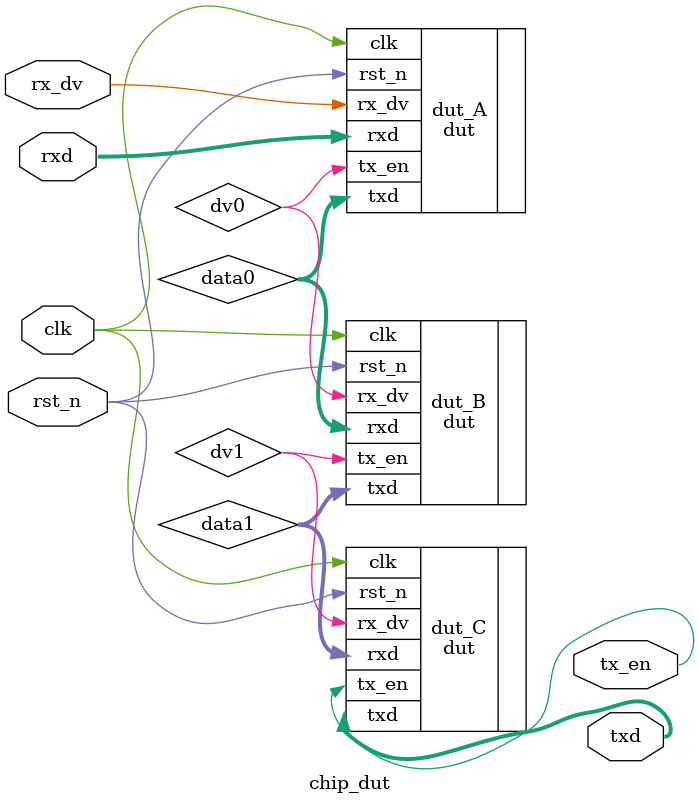
<source format=sv>
module chip_dut(clk,rst_n,rxd,rx_dv,txd,tx_en);

    input          clk;
    input          rst_n;
    input  [7:0]   rxd;
    input          rx_dv;
    output [7:0]   txd;
    output         tx_en;

    wire   [7:0]   data0;
    wire           dv0;
    wire   [7:0]   data1;
    wire           dv1;

    dut  dut_A( .clk          (clk),
                .rst_n        (rst_n),
                .rxd          (rxd),
                .rx_dv        (rx_dv),
                .txd          (data0),//dut B rx -> in chip
                .tx_en        (dv0)); //dut B rx

    dut  dut_B( .clk          (clk),
                .rst_n        (rst_n),
                .rxd          (data0),
                .rx_dv        (dv0),
                .txd          (data1),//dut C rx -> in chip
                .tx_en        (dv1)); //dut C rx

    dut  dut_C( .clk          (clk),
                .rst_n        (rst_n),
                .rxd          (data1),
                .rx_dv        (dv1),
                .txd          (txd),
                .tx_en        (tx_en));

endmodule

</source>
